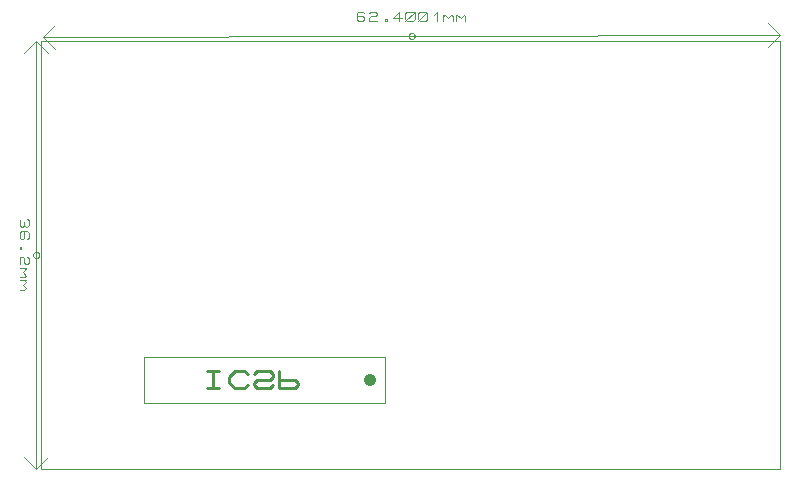
<source format=gbr>
G04 PROTEUS GERBER X2 FILE*
%TF.GenerationSoftware,Labcenter,Proteus,8.15-SP1-Build34318*%
%TF.CreationDate,2024-02-24T08:34:58+00:00*%
%TF.FileFunction,AssemblyDrawing,Bot*%
%TF.FilePolarity,Positive*%
%TF.Part,Single*%
%TF.SameCoordinates,{d6b9a477-15e1-4d55-aad5-44706a46bc90}*%
%FSLAX45Y45*%
%MOMM*%
G01*
%TA.AperFunction,Profile*%
%ADD25C,0.101600*%
%TA.AperFunction,Material*%
%ADD73C,0.101600*%
%ADD80C,1.016000*%
%ADD81C,0.237060*%
%TA.AperFunction,NonMaterial*%
%ADD26C,0.101600*%
%TD.AperFunction*%
D25*
X-9504000Y+5246000D02*
X-3250000Y+5246000D01*
X-3250000Y+8873000D01*
X-9504000Y+8873000D01*
X-9504000Y+5246000D01*
D73*
X-8632080Y+5804420D02*
X-6589920Y+5804420D01*
X-6589920Y+6195580D01*
X-8632080Y+6195580D01*
X-8632080Y+5804420D01*
D80*
X-6722000Y+6000000D02*
X-6722000Y+6000000D01*
D81*
X-8102490Y+5928880D02*
X-7995810Y+5928880D01*
X-8049150Y+5928880D02*
X-8049150Y+6071120D01*
X-8102490Y+6071120D02*
X-7995810Y+6071120D01*
X-7755780Y+6047413D02*
X-7782450Y+6071120D01*
X-7862460Y+6071120D01*
X-7915800Y+6023707D01*
X-7915800Y+5976293D01*
X-7862460Y+5928880D01*
X-7782450Y+5928880D01*
X-7755780Y+5952587D01*
X-7702440Y+6047413D02*
X-7675770Y+6071120D01*
X-7569090Y+6071120D01*
X-7542420Y+6047413D01*
X-7542420Y+6023707D01*
X-7569090Y+6000000D01*
X-7675770Y+6000000D01*
X-7702440Y+5976293D01*
X-7702440Y+5952587D01*
X-7675770Y+5928880D01*
X-7569090Y+5928880D01*
X-7542420Y+5952587D01*
X-7489080Y+6071120D02*
X-7489080Y+5928880D01*
X-7355730Y+5928880D01*
X-7329060Y+5952587D01*
X-7329060Y+5976293D01*
X-7355730Y+6000000D01*
X-7489080Y+6000000D01*
D26*
X-9546000Y+8867000D02*
X-9546000Y+5247000D01*
X-9546000Y+8867000D02*
X-9647600Y+8765400D01*
X-9546000Y+8867000D02*
X-9444400Y+8765400D01*
X-9546000Y+5247000D02*
X-9444400Y+5348600D01*
X-9546000Y+5247000D02*
X-9647600Y+5348600D01*
X-9520600Y+7057000D02*
X-9520688Y+7059109D01*
X-9521401Y+7063328D01*
X-9522893Y+7067547D01*
X-9525333Y+7071766D01*
X-9529064Y+7075930D01*
X-9533283Y+7078987D01*
X-9537502Y+7080936D01*
X-9541721Y+7082037D01*
X-9545940Y+7082400D01*
X-9546000Y+7082400D01*
X-9571400Y+7057000D02*
X-9571312Y+7059109D01*
X-9570599Y+7063328D01*
X-9569107Y+7067547D01*
X-9566667Y+7071766D01*
X-9562936Y+7075930D01*
X-9558717Y+7078987D01*
X-9554498Y+7080936D01*
X-9550279Y+7082037D01*
X-9546060Y+7082400D01*
X-9546000Y+7082400D01*
X-9571400Y+7057000D02*
X-9571312Y+7054891D01*
X-9570599Y+7050672D01*
X-9569107Y+7046453D01*
X-9566667Y+7042234D01*
X-9562936Y+7038070D01*
X-9558717Y+7035013D01*
X-9554498Y+7033064D01*
X-9550279Y+7031963D01*
X-9546060Y+7031600D01*
X-9546000Y+7031600D01*
X-9520600Y+7057000D02*
X-9520688Y+7054891D01*
X-9521401Y+7050672D01*
X-9522893Y+7046453D01*
X-9525333Y+7042234D01*
X-9529064Y+7038070D01*
X-9533283Y+7035013D01*
X-9537502Y+7033064D01*
X-9541721Y+7031963D01*
X-9545940Y+7031600D01*
X-9546000Y+7031600D01*
X-9622020Y+7363705D02*
X-9609320Y+7350370D01*
X-9609320Y+7310365D01*
X-9622020Y+7297030D01*
X-9634720Y+7297030D01*
X-9647420Y+7310365D01*
X-9660120Y+7297030D01*
X-9672820Y+7297030D01*
X-9685520Y+7310365D01*
X-9685520Y+7350370D01*
X-9672820Y+7363705D01*
X-9647420Y+7337035D02*
X-9647420Y+7310365D01*
X-9622020Y+7190350D02*
X-9609320Y+7203685D01*
X-9609320Y+7243690D01*
X-9622020Y+7257025D01*
X-9672820Y+7257025D01*
X-9685520Y+7243690D01*
X-9685520Y+7203685D01*
X-9672820Y+7190350D01*
X-9660120Y+7190350D01*
X-9647420Y+7203685D01*
X-9647420Y+7257025D01*
X-9672820Y+7123675D02*
X-9672820Y+7110340D01*
X-9685520Y+7110340D01*
X-9685520Y+7123675D01*
X-9672820Y+7123675D01*
X-9622020Y+7043665D02*
X-9609320Y+7030330D01*
X-9609320Y+6990325D01*
X-9622020Y+6976990D01*
X-9634720Y+6976990D01*
X-9647420Y+6990325D01*
X-9647420Y+7030330D01*
X-9660120Y+7043665D01*
X-9685520Y+7043665D01*
X-9685520Y+6976990D01*
X-9685520Y+6950320D02*
X-9634720Y+6950320D01*
X-9647420Y+6950320D02*
X-9634720Y+6936985D01*
X-9660120Y+6910315D01*
X-9634720Y+6883645D01*
X-9647420Y+6870310D01*
X-9685520Y+6870310D01*
X-9685520Y+6843640D02*
X-9634720Y+6843640D01*
X-9647420Y+6843640D02*
X-9634720Y+6830305D01*
X-9660120Y+6803635D01*
X-9634720Y+6776965D01*
X-9647420Y+6763630D01*
X-9685520Y+6763630D01*
X-9486000Y+8907000D02*
X-3246000Y+8917000D01*
X-9486000Y+8907000D02*
X-9384237Y+8805562D01*
X-9486000Y+8907000D02*
X-9384562Y+9008762D01*
X-3246000Y+8917000D02*
X-3347762Y+9018437D01*
X-3246000Y+8917000D02*
X-3347437Y+8815237D01*
X-6340600Y+8912000D02*
X-6340688Y+8914109D01*
X-6341401Y+8918328D01*
X-6342893Y+8922547D01*
X-6345333Y+8926766D01*
X-6349064Y+8930930D01*
X-6353283Y+8933987D01*
X-6357502Y+8935936D01*
X-6361721Y+8937037D01*
X-6365940Y+8937400D01*
X-6366000Y+8937400D01*
X-6391400Y+8912000D02*
X-6391312Y+8914109D01*
X-6390599Y+8918328D01*
X-6389107Y+8922547D01*
X-6386667Y+8926766D01*
X-6382936Y+8930930D01*
X-6378717Y+8933987D01*
X-6374498Y+8935936D01*
X-6370279Y+8937037D01*
X-6366060Y+8937400D01*
X-6366000Y+8937400D01*
X-6391400Y+8912000D02*
X-6391312Y+8909891D01*
X-6390599Y+8905672D01*
X-6389107Y+8901453D01*
X-6386667Y+8897234D01*
X-6382936Y+8893070D01*
X-6378717Y+8890013D01*
X-6374498Y+8888064D01*
X-6370279Y+8886963D01*
X-6366060Y+8886600D01*
X-6366000Y+8886600D01*
X-6340600Y+8912000D02*
X-6340688Y+8909891D01*
X-6341401Y+8905672D01*
X-6342893Y+8901453D01*
X-6345333Y+8897234D01*
X-6349064Y+8893070D01*
X-6353283Y+8890013D01*
X-6357502Y+8888064D01*
X-6361721Y+8886963D01*
X-6365940Y+8886600D01*
X-6366000Y+8886600D01*
X-6766050Y+9105980D02*
X-6779385Y+9118680D01*
X-6819390Y+9118680D01*
X-6832725Y+9105980D01*
X-6832725Y+9055180D01*
X-6819390Y+9042480D01*
X-6779385Y+9042480D01*
X-6766050Y+9055180D01*
X-6766050Y+9067880D01*
X-6779385Y+9080580D01*
X-6832725Y+9080580D01*
X-6726045Y+9105980D02*
X-6712710Y+9118680D01*
X-6672705Y+9118680D01*
X-6659370Y+9105980D01*
X-6659370Y+9093280D01*
X-6672705Y+9080580D01*
X-6712710Y+9080580D01*
X-6726045Y+9067880D01*
X-6726045Y+9042480D01*
X-6659370Y+9042480D01*
X-6592695Y+9055180D02*
X-6579360Y+9055180D01*
X-6579360Y+9042480D01*
X-6592695Y+9042480D01*
X-6592695Y+9055180D01*
X-6446010Y+9067880D02*
X-6526020Y+9067880D01*
X-6472680Y+9118680D01*
X-6472680Y+9042480D01*
X-6419340Y+9055180D02*
X-6419340Y+9105980D01*
X-6406005Y+9118680D01*
X-6352665Y+9118680D01*
X-6339330Y+9105980D01*
X-6339330Y+9055180D01*
X-6352665Y+9042480D01*
X-6406005Y+9042480D01*
X-6419340Y+9055180D01*
X-6419340Y+9042480D02*
X-6339330Y+9118680D01*
X-6312660Y+9055180D02*
X-6312660Y+9105980D01*
X-6299325Y+9118680D01*
X-6245985Y+9118680D01*
X-6232650Y+9105980D01*
X-6232650Y+9055180D01*
X-6245985Y+9042480D01*
X-6299325Y+9042480D01*
X-6312660Y+9055180D01*
X-6312660Y+9042480D02*
X-6232650Y+9118680D01*
X-6179310Y+9093280D02*
X-6152640Y+9118680D01*
X-6152640Y+9042480D01*
X-6099300Y+9042480D02*
X-6099300Y+9093280D01*
X-6099300Y+9080580D02*
X-6085965Y+9093280D01*
X-6059295Y+9067880D01*
X-6032625Y+9093280D01*
X-6019290Y+9080580D01*
X-6019290Y+9042480D01*
X-5992620Y+9042480D02*
X-5992620Y+9093280D01*
X-5992620Y+9080580D02*
X-5979285Y+9093280D01*
X-5952615Y+9067880D01*
X-5925945Y+9093280D01*
X-5912610Y+9080580D01*
X-5912610Y+9042480D01*
M02*

</source>
